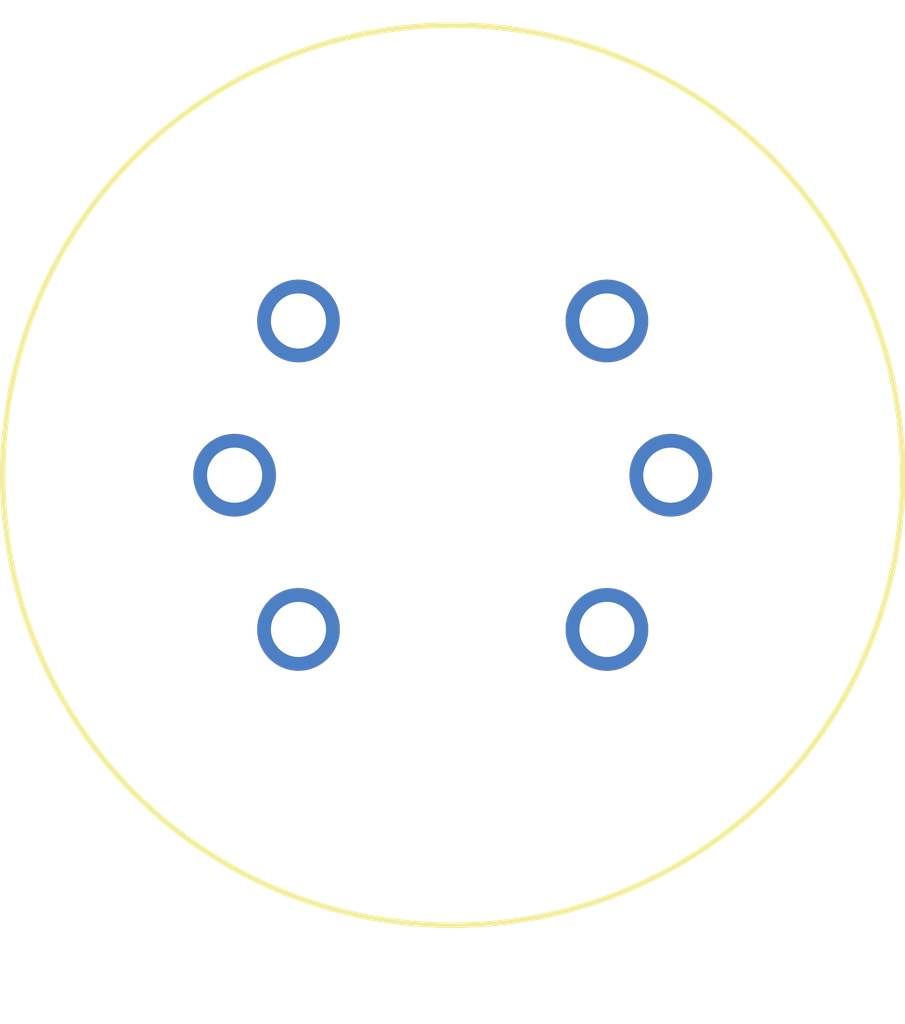
<source format=kicad_pcb>
(kicad_pcb (version 20241229) (generator "pcbnew") (generator_version "9.0")
  (layers (0 "F.Cu" signal) (2 "B.Cu" signal) (13 "F.Paste" user) (15 "B.Paste" user) (5 "F.SilkS" user "F.Silkscreen") (7 "B.SilkS" user "B.Silkscreen") (1 "F.Mask" user) (3 "B.Mask" user) (25 "Edge.Cuts" user))
  (net 0 "")
  (footprint "MQ-X:MQ" (layer "F.Cu") (at 106.641243 74.641243)
    (property "Reference" "U1")
    (property "Value" "MQ-X")
    (fp_circle (center 0 0) (end 9.8 0) (stroke (width 0.12)) (fill no) (layer "F.SilkS"))
    (pad "1" thru_hole circle (at -3.358757 -3.358757) (size 1.8 1.8) (drill 1.2) (layers "*.Cu" "*.Mask"))
    (pad "2" thru_hole circle (at -4.75 0) (size 1.8 1.8) (drill 1.2) (layers "*.Cu" "*.Mask"))
    (pad "3" thru_hole circle (at -3.358757 3.358757) (size 1.8 1.8) (drill 1.2) (layers "*.Cu" "*.Mask"))
    (pad "4" thru_hole circle (at 3.358757 3.358757) (size 1.8 1.8) (drill 1.2) (layers "*.Cu" "*.Mask"))
    (pad "5" thru_hole circle (at 4.75 0) (size 1.8 1.8) (drill 1.2) (layers "*.Cu" "*.Mask"))
    (pad "6" thru_hole circle (at 3.358757 -3.358757) (size 1.8 1.8) (drill 1.2) (layers "*.Cu" "*.Mask"))
  )
)
</source>
